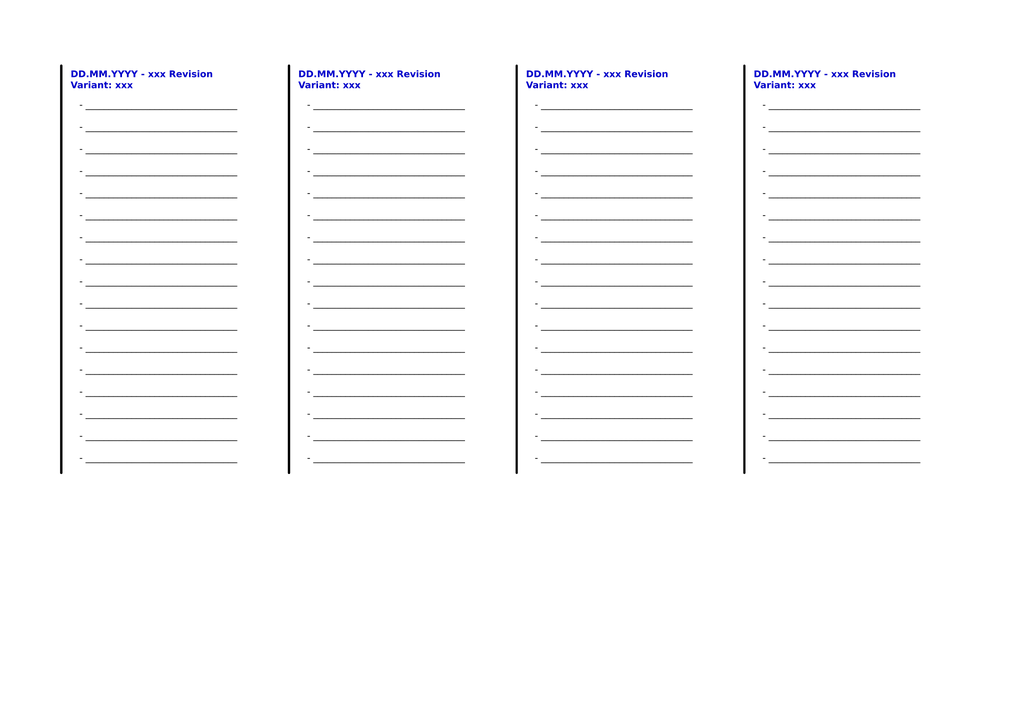
<source format=kicad_sch>
(kicad_sch
	(version 20250114)
	(generator "eeschema")
	(generator_version "9.0")
	(uuid "9fec70ab-e1af-43b8-9517-7b39e8f1ac2c")
	(paper "A4")
	(lib_symbols)
	(text_box "- _________________________________\n\n- _________________________________\n\n- _________________________________\n\n- _________________________________\n\n- _________________________________\n\n- _________________________________\n\n- _________________________________\n\n- _________________________________\n\n- _________________________________\n\n- _________________________________\n\n- _________________________________\n\n- _________________________________\n\n- _________________________________\n\n- _________________________________\n\n- _________________________________\n\n- _________________________________\n\n- _________________________________"
		(exclude_from_sim no)
		(at 219.71 27.94 0)
		(size 58.42 115.57)
		(margins 1.4287 1.4287 1.4287 1.4287)
		(stroke
			(width -0.0001)
			(type default)
		)
		(fill
			(type none)
		)
		(effects
			(font
				(face "Arial")
				(size 1.905 1.905)
				(color 0 0 0 1)
			)
			(justify left top)
		)
		(uuid "0a3c245b-91e7-4b45-bf41-83f493164d29")
	)
	(text_box "- _________________________________\n\n- _________________________________\n\n- _________________________________\n\n- _________________________________\n\n- _________________________________\n\n- _________________________________\n\n- _________________________________\n\n- _________________________________\n\n- _________________________________\n\n- _________________________________\n\n- _________________________________\n\n- _________________________________\n\n- _________________________________\n\n- _________________________________\n\n- _________________________________\n\n- _________________________________\n\n- _________________________________"
		(exclude_from_sim no)
		(at 153.67 27.94 0)
		(size 58.42 115.57)
		(margins 1.4287 1.4287 1.4287 1.4287)
		(stroke
			(width -0.0001)
			(type default)
		)
		(fill
			(type none)
		)
		(effects
			(font
				(face "Arial")
				(size 1.905 1.905)
				(color 0 0 0 1)
			)
			(justify left top)
		)
		(uuid "2c5c91d0-030b-4fb3-a410-c1d6577d3549")
	)
	(text_box "DD.MM.YYYY - xxx Revision\nVariant: xxx"
		(exclude_from_sim no)
		(at 217.17 19.05 0)
		(size 57.15 7.62)
		(margins 1.4287 1.4287 1.4287 1.4287)
		(stroke
			(width -0.0001)
			(type default)
		)
		(fill
			(type none)
		)
		(effects
			(font
				(face "Arial")
				(size 1.905 1.905)
				(thickness 0.254)
				(bold yes)
			)
			(justify left top)
		)
		(uuid "34c82ef0-0cef-47cd-817d-14e28b2d066b")
	)
	(text_box "DD.MM.YYYY - xxx Revision\nVariant: xxx"
		(exclude_from_sim no)
		(at 151.13 19.05 0)
		(size 57.15 7.62)
		(margins 1.4287 1.4287 1.4287 1.4287)
		(stroke
			(width -0.0001)
			(type default)
		)
		(fill
			(type none)
		)
		(effects
			(font
				(face "Arial")
				(size 1.905 1.905)
				(thickness 0.254)
				(bold yes)
			)
			(justify left top)
		)
		(uuid "3c0a20ed-ff1e-45a6-ad18-2b9bbac4f703")
	)
	(text_box "DD.MM.YYYY - xxx Revision\nVariant: xxx"
		(exclude_from_sim no)
		(at 85.09 19.05 0)
		(size 57.15 7.62)
		(margins 1.4287 1.4287 1.4287 1.4287)
		(stroke
			(width -0.0001)
			(type default)
		)
		(fill
			(type none)
		)
		(effects
			(font
				(face "Arial")
				(size 1.905 1.905)
				(thickness 0.254)
				(bold yes)
			)
			(justify left top)
		)
		(uuid "a1221e76-f2b2-46a7-955c-3caa71d9db65")
	)
	(text_box "- _________________________________\n\n- _________________________________\n\n- _________________________________\n\n- _________________________________\n\n- _________________________________\n\n- _________________________________\n\n- _________________________________\n\n- _________________________________\n\n- _________________________________\n\n- _________________________________\n\n- _________________________________\n\n- _________________________________\n\n- _________________________________\n\n- _________________________________\n\n- _________________________________\n\n- _________________________________\n\n- _________________________________"
		(exclude_from_sim no)
		(at 21.59 27.94 0)
		(size 58.42 115.57)
		(margins 1.4287 1.4287 1.4287 1.4287)
		(stroke
			(width -0.0001)
			(type default)
		)
		(fill
			(type none)
		)
		(effects
			(font
				(face "Arial")
				(size 1.905 1.905)
				(color 0 0 0 1)
			)
			(justify left top)
		)
		(uuid "ac6852fe-7fc3-4294-91f1-78751ef1de98")
	)
	(text_box "DD.MM.YYYY - xxx Revision\nVariant: xxx"
		(exclude_from_sim no)
		(at 19.05 19.05 0)
		(size 57.15 7.62)
		(margins 1.4287 1.4287 1.4287 1.4287)
		(stroke
			(width -0.0001)
			(type default)
		)
		(fill
			(type none)
		)
		(effects
			(font
				(face "Arial")
				(size 1.905 1.905)
				(thickness 0.254)
				(bold yes)
			)
			(justify left top)
		)
		(uuid "ec96da08-9554-47d0-ae93-14eb007a45b4")
	)
	(text_box "- _________________________________\n\n- _________________________________\n\n- _________________________________\n\n- _________________________________\n\n- _________________________________\n\n- _________________________________\n\n- _________________________________\n\n- _________________________________\n\n- _________________________________\n\n- _________________________________\n\n- _________________________________\n\n- _________________________________\n\n- _________________________________\n\n- _________________________________\n\n- _________________________________\n\n- _________________________________\n\n- _________________________________"
		(exclude_from_sim no)
		(at 87.63 27.94 0)
		(size 58.42 115.57)
		(margins 1.4287 1.4287 1.4287 1.4287)
		(stroke
			(width -0.0001)
			(type default)
		)
		(fill
			(type none)
		)
		(effects
			(font
				(face "Arial")
				(size 1.905 1.905)
				(color 0 0 0 1)
			)
			(justify left top)
		)
		(uuid "f883cc65-559c-4fd0-b24a-b5aa5e6a925d")
	)
	(polyline
		(pts
			(xy 17.78 19.05) (xy 17.78 137.16)
		)
		(stroke
			(width 0.635)
			(type default)
			(color 0 0 0 1)
		)
		(uuid "1fa41495-9818-4dbf-a4ab-97c7f21e7cda")
	)
	(polyline
		(pts
			(xy 17.78 19.05) (xy 17.78 137.16)
		)
		(stroke
			(width 0.635)
			(type default)
			(color 0 0 0 1)
		)
		(uuid "2a15507d-cf22-4e38-b9d5-a13d0ab23cc4")
	)
	(polyline
		(pts
			(xy 83.82 19.05) (xy 83.82 137.16)
		)
		(stroke
			(width 0.635)
			(type default)
			(color 0 0 0 1)
		)
		(uuid "66ed51d8-e87c-483e-98d5-eb837cd5a4dc")
	)
	(polyline
		(pts
			(xy 215.9 19.05) (xy 215.9 137.16)
		)
		(stroke
			(width 0.635)
			(type default)
			(color 0 0 0 1)
		)
		(uuid "7937a167-13ba-459f-8375-f6ac4a755045")
	)
	(polyline
		(pts
			(xy 149.86 19.05) (xy 149.86 137.16)
		)
		(stroke
			(width 0.635)
			(type default)
			(color 0 0 0 1)
		)
		(uuid "ba148da8-909f-4933-bfcf-5b9425e22436")
	)
	(polyline
		(pts
			(xy 83.82 19.05) (xy 83.82 137.16)
		)
		(stroke
			(width 0.635)
			(type default)
			(color 0 0 0 1)
		)
		(uuid "e76d80df-8a39-4e0c-80e8-8154d10ba60d")
	)
)

</source>
